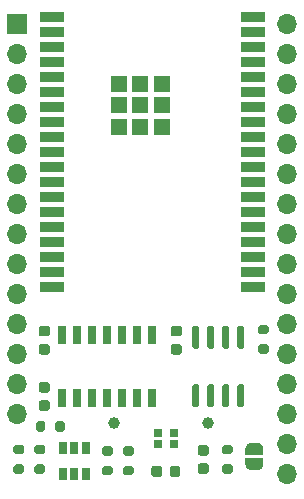
<source format=gbr>
%TF.GenerationSoftware,KiCad,Pcbnew,(5.1.10)-1*%
%TF.CreationDate,2021-07-24T14:48:27+02:00*%
%TF.ProjectId,esp32,65737033-322e-46b6-9963-61645f706362,rev?*%
%TF.SameCoordinates,Original*%
%TF.FileFunction,Soldermask,Top*%
%TF.FilePolarity,Negative*%
%FSLAX46Y46*%
G04 Gerber Fmt 4.6, Leading zero omitted, Abs format (unit mm)*
G04 Created by KiCad (PCBNEW (5.1.10)-1) date 2021-07-24 14:48:27*
%MOMM*%
%LPD*%
G01*
G04 APERTURE LIST*
%ADD10C,1.000000*%
%ADD11R,1.700000X1.700000*%
%ADD12O,1.700000X1.700000*%
%ADD13C,0.100000*%
%ADD14R,2.000000X0.900000*%
%ADD15R,1.330000X1.330000*%
%ADD16R,0.650000X1.500000*%
%ADD17R,0.750000X0.700000*%
%ADD18R,0.650000X1.060000*%
G04 APERTURE END LIST*
D10*
%TO.C,J1*%
X102515000Y-99822000D03*
X94515000Y-99822000D03*
%TD*%
D11*
%TO.C,J4*%
X86360000Y-66040000D03*
D12*
X86360000Y-68580000D03*
X86360000Y-71120000D03*
X86360000Y-73660000D03*
X86360000Y-76200000D03*
X86360000Y-78740000D03*
X86360000Y-81280000D03*
X86360000Y-83820000D03*
X86360000Y-86360000D03*
X86360000Y-88900000D03*
X86360000Y-91440000D03*
X86360000Y-93980000D03*
X86360000Y-96520000D03*
X86360000Y-99060000D03*
X109220000Y-104140000D03*
X109220000Y-101600000D03*
X109220000Y-99060000D03*
X109220000Y-96520000D03*
X109220000Y-93980000D03*
X109220000Y-91440000D03*
X109220000Y-88900000D03*
X109220000Y-86360000D03*
X109220000Y-83820000D03*
X109220000Y-81280000D03*
X109220000Y-78740000D03*
X109220000Y-76200000D03*
X109220000Y-73660000D03*
X109220000Y-71120000D03*
X109220000Y-68580000D03*
X109220000Y-66040000D03*
%TD*%
%TO.C,C2*%
G36*
G01*
X98608000Y-103636000D02*
X98608000Y-104136000D01*
G75*
G02*
X98383000Y-104361000I-225000J0D01*
G01*
X97933000Y-104361000D01*
G75*
G02*
X97708000Y-104136000I0J225000D01*
G01*
X97708000Y-103636000D01*
G75*
G02*
X97933000Y-103411000I225000J0D01*
G01*
X98383000Y-103411000D01*
G75*
G02*
X98608000Y-103636000I0J-225000D01*
G01*
G37*
G36*
G01*
X100158000Y-103636000D02*
X100158000Y-104136000D01*
G75*
G02*
X99933000Y-104361000I-225000J0D01*
G01*
X99483000Y-104361000D01*
G75*
G02*
X99258000Y-104136000I0J225000D01*
G01*
X99258000Y-103636000D01*
G75*
G02*
X99483000Y-103411000I225000J0D01*
G01*
X99933000Y-103411000D01*
G75*
G02*
X100158000Y-103636000I0J-225000D01*
G01*
G37*
%TD*%
%TO.C,C3*%
G36*
G01*
X101858000Y-101645000D02*
X102358000Y-101645000D01*
G75*
G02*
X102583000Y-101870000I0J-225000D01*
G01*
X102583000Y-102320000D01*
G75*
G02*
X102358000Y-102545000I-225000J0D01*
G01*
X101858000Y-102545000D01*
G75*
G02*
X101633000Y-102320000I0J225000D01*
G01*
X101633000Y-101870000D01*
G75*
G02*
X101858000Y-101645000I225000J0D01*
G01*
G37*
G36*
G01*
X101858000Y-103195000D02*
X102358000Y-103195000D01*
G75*
G02*
X102583000Y-103420000I0J-225000D01*
G01*
X102583000Y-103870000D01*
G75*
G02*
X102358000Y-104095000I-225000J0D01*
G01*
X101858000Y-104095000D01*
G75*
G02*
X101633000Y-103870000I0J225000D01*
G01*
X101633000Y-103420000D01*
G75*
G02*
X101858000Y-103195000I225000J0D01*
G01*
G37*
%TD*%
D13*
%TO.C,JP1*%
G36*
X105676000Y-102466000D02*
G01*
X105676000Y-101966000D01*
X105676602Y-101966000D01*
X105676602Y-101941466D01*
X105681412Y-101892635D01*
X105690984Y-101844510D01*
X105705228Y-101797555D01*
X105724005Y-101752222D01*
X105747136Y-101708949D01*
X105774396Y-101668150D01*
X105805524Y-101630221D01*
X105840221Y-101595524D01*
X105878150Y-101564396D01*
X105918949Y-101537136D01*
X105962222Y-101514005D01*
X106007555Y-101495228D01*
X106054510Y-101480984D01*
X106102635Y-101471412D01*
X106151466Y-101466602D01*
X106176000Y-101466602D01*
X106176000Y-101466000D01*
X106676000Y-101466000D01*
X106676000Y-101466602D01*
X106700534Y-101466602D01*
X106749365Y-101471412D01*
X106797490Y-101480984D01*
X106844445Y-101495228D01*
X106889778Y-101514005D01*
X106933051Y-101537136D01*
X106973850Y-101564396D01*
X107011779Y-101595524D01*
X107046476Y-101630221D01*
X107077604Y-101668150D01*
X107104864Y-101708949D01*
X107127995Y-101752222D01*
X107146772Y-101797555D01*
X107161016Y-101844510D01*
X107170588Y-101892635D01*
X107175398Y-101941466D01*
X107175398Y-101966000D01*
X107176000Y-101966000D01*
X107176000Y-102466000D01*
X105676000Y-102466000D01*
G37*
G36*
X107175398Y-103266000D02*
G01*
X107175398Y-103290534D01*
X107170588Y-103339365D01*
X107161016Y-103387490D01*
X107146772Y-103434445D01*
X107127995Y-103479778D01*
X107104864Y-103523051D01*
X107077604Y-103563850D01*
X107046476Y-103601779D01*
X107011779Y-103636476D01*
X106973850Y-103667604D01*
X106933051Y-103694864D01*
X106889778Y-103717995D01*
X106844445Y-103736772D01*
X106797490Y-103751016D01*
X106749365Y-103760588D01*
X106700534Y-103765398D01*
X106676000Y-103765398D01*
X106676000Y-103766000D01*
X106176000Y-103766000D01*
X106176000Y-103765398D01*
X106151466Y-103765398D01*
X106102635Y-103760588D01*
X106054510Y-103751016D01*
X106007555Y-103736772D01*
X105962222Y-103717995D01*
X105918949Y-103694864D01*
X105878150Y-103667604D01*
X105840221Y-103636476D01*
X105805524Y-103601779D01*
X105774396Y-103563850D01*
X105747136Y-103523051D01*
X105724005Y-103479778D01*
X105705228Y-103434445D01*
X105690984Y-103387490D01*
X105681412Y-103339365D01*
X105676602Y-103290534D01*
X105676602Y-103266000D01*
X105676000Y-103266000D01*
X105676000Y-102766000D01*
X107176000Y-102766000D01*
X107176000Y-103266000D01*
X107175398Y-103266000D01*
G37*
%TD*%
%TO.C,R1*%
G36*
G01*
X94255000Y-102572000D02*
X93705000Y-102572000D01*
G75*
G02*
X93505000Y-102372000I0J200000D01*
G01*
X93505000Y-101972000D01*
G75*
G02*
X93705000Y-101772000I200000J0D01*
G01*
X94255000Y-101772000D01*
G75*
G02*
X94455000Y-101972000I0J-200000D01*
G01*
X94455000Y-102372000D01*
G75*
G02*
X94255000Y-102572000I-200000J0D01*
G01*
G37*
G36*
G01*
X94255000Y-104222000D02*
X93705000Y-104222000D01*
G75*
G02*
X93505000Y-104022000I0J200000D01*
G01*
X93505000Y-103622000D01*
G75*
G02*
X93705000Y-103422000I200000J0D01*
G01*
X94255000Y-103422000D01*
G75*
G02*
X94455000Y-103622000I0J-200000D01*
G01*
X94455000Y-104022000D01*
G75*
G02*
X94255000Y-104222000I-200000J0D01*
G01*
G37*
%TD*%
%TO.C,R2*%
G36*
G01*
X88540000Y-104095000D02*
X87990000Y-104095000D01*
G75*
G02*
X87790000Y-103895000I0J200000D01*
G01*
X87790000Y-103495000D01*
G75*
G02*
X87990000Y-103295000I200000J0D01*
G01*
X88540000Y-103295000D01*
G75*
G02*
X88740000Y-103495000I0J-200000D01*
G01*
X88740000Y-103895000D01*
G75*
G02*
X88540000Y-104095000I-200000J0D01*
G01*
G37*
G36*
G01*
X88540000Y-102445000D02*
X87990000Y-102445000D01*
G75*
G02*
X87790000Y-102245000I0J200000D01*
G01*
X87790000Y-101845000D01*
G75*
G02*
X87990000Y-101645000I200000J0D01*
G01*
X88540000Y-101645000D01*
G75*
G02*
X88740000Y-101845000I0J-200000D01*
G01*
X88740000Y-102245000D01*
G75*
G02*
X88540000Y-102445000I-200000J0D01*
G01*
G37*
%TD*%
%TO.C,R3*%
G36*
G01*
X86212000Y-101645000D02*
X86762000Y-101645000D01*
G75*
G02*
X86962000Y-101845000I0J-200000D01*
G01*
X86962000Y-102245000D01*
G75*
G02*
X86762000Y-102445000I-200000J0D01*
G01*
X86212000Y-102445000D01*
G75*
G02*
X86012000Y-102245000I0J200000D01*
G01*
X86012000Y-101845000D01*
G75*
G02*
X86212000Y-101645000I200000J0D01*
G01*
G37*
G36*
G01*
X86212000Y-103295000D02*
X86762000Y-103295000D01*
G75*
G02*
X86962000Y-103495000I0J-200000D01*
G01*
X86962000Y-103895000D01*
G75*
G02*
X86762000Y-104095000I-200000J0D01*
G01*
X86212000Y-104095000D01*
G75*
G02*
X86012000Y-103895000I0J200000D01*
G01*
X86012000Y-103495000D01*
G75*
G02*
X86212000Y-103295000I200000J0D01*
G01*
G37*
%TD*%
%TO.C,R4*%
G36*
G01*
X95483000Y-103422000D02*
X96033000Y-103422000D01*
G75*
G02*
X96233000Y-103622000I0J-200000D01*
G01*
X96233000Y-104022000D01*
G75*
G02*
X96033000Y-104222000I-200000J0D01*
G01*
X95483000Y-104222000D01*
G75*
G02*
X95283000Y-104022000I0J200000D01*
G01*
X95283000Y-103622000D01*
G75*
G02*
X95483000Y-103422000I200000J0D01*
G01*
G37*
G36*
G01*
X95483000Y-101772000D02*
X96033000Y-101772000D01*
G75*
G02*
X96233000Y-101972000I0J-200000D01*
G01*
X96233000Y-102372000D01*
G75*
G02*
X96033000Y-102572000I-200000J0D01*
G01*
X95483000Y-102572000D01*
G75*
G02*
X95283000Y-102372000I0J200000D01*
G01*
X95283000Y-101972000D01*
G75*
G02*
X95483000Y-101772000I200000J0D01*
G01*
G37*
%TD*%
%TO.C,R5*%
G36*
G01*
X107463000Y-93935000D02*
X106913000Y-93935000D01*
G75*
G02*
X106713000Y-93735000I0J200000D01*
G01*
X106713000Y-93335000D01*
G75*
G02*
X106913000Y-93135000I200000J0D01*
G01*
X107463000Y-93135000D01*
G75*
G02*
X107663000Y-93335000I0J-200000D01*
G01*
X107663000Y-93735000D01*
G75*
G02*
X107463000Y-93935000I-200000J0D01*
G01*
G37*
G36*
G01*
X107463000Y-92285000D02*
X106913000Y-92285000D01*
G75*
G02*
X106713000Y-92085000I0J200000D01*
G01*
X106713000Y-91685000D01*
G75*
G02*
X106913000Y-91485000I200000J0D01*
G01*
X107463000Y-91485000D01*
G75*
G02*
X107663000Y-91685000I0J-200000D01*
G01*
X107663000Y-92085000D01*
G75*
G02*
X107463000Y-92285000I-200000J0D01*
G01*
G37*
%TD*%
%TO.C,U2*%
G36*
G01*
X105133000Y-91546000D02*
X105433000Y-91546000D01*
G75*
G02*
X105583000Y-91696000I0J-150000D01*
G01*
X105583000Y-93346000D01*
G75*
G02*
X105433000Y-93496000I-150000J0D01*
G01*
X105133000Y-93496000D01*
G75*
G02*
X104983000Y-93346000I0J150000D01*
G01*
X104983000Y-91696000D01*
G75*
G02*
X105133000Y-91546000I150000J0D01*
G01*
G37*
G36*
G01*
X103863000Y-91546000D02*
X104163000Y-91546000D01*
G75*
G02*
X104313000Y-91696000I0J-150000D01*
G01*
X104313000Y-93346000D01*
G75*
G02*
X104163000Y-93496000I-150000J0D01*
G01*
X103863000Y-93496000D01*
G75*
G02*
X103713000Y-93346000I0J150000D01*
G01*
X103713000Y-91696000D01*
G75*
G02*
X103863000Y-91546000I150000J0D01*
G01*
G37*
G36*
G01*
X102593000Y-91546000D02*
X102893000Y-91546000D01*
G75*
G02*
X103043000Y-91696000I0J-150000D01*
G01*
X103043000Y-93346000D01*
G75*
G02*
X102893000Y-93496000I-150000J0D01*
G01*
X102593000Y-93496000D01*
G75*
G02*
X102443000Y-93346000I0J150000D01*
G01*
X102443000Y-91696000D01*
G75*
G02*
X102593000Y-91546000I150000J0D01*
G01*
G37*
G36*
G01*
X101323000Y-91546000D02*
X101623000Y-91546000D01*
G75*
G02*
X101773000Y-91696000I0J-150000D01*
G01*
X101773000Y-93346000D01*
G75*
G02*
X101623000Y-93496000I-150000J0D01*
G01*
X101323000Y-93496000D01*
G75*
G02*
X101173000Y-93346000I0J150000D01*
G01*
X101173000Y-91696000D01*
G75*
G02*
X101323000Y-91546000I150000J0D01*
G01*
G37*
G36*
G01*
X101323000Y-96496000D02*
X101623000Y-96496000D01*
G75*
G02*
X101773000Y-96646000I0J-150000D01*
G01*
X101773000Y-98296000D01*
G75*
G02*
X101623000Y-98446000I-150000J0D01*
G01*
X101323000Y-98446000D01*
G75*
G02*
X101173000Y-98296000I0J150000D01*
G01*
X101173000Y-96646000D01*
G75*
G02*
X101323000Y-96496000I150000J0D01*
G01*
G37*
G36*
G01*
X102593000Y-96496000D02*
X102893000Y-96496000D01*
G75*
G02*
X103043000Y-96646000I0J-150000D01*
G01*
X103043000Y-98296000D01*
G75*
G02*
X102893000Y-98446000I-150000J0D01*
G01*
X102593000Y-98446000D01*
G75*
G02*
X102443000Y-98296000I0J150000D01*
G01*
X102443000Y-96646000D01*
G75*
G02*
X102593000Y-96496000I150000J0D01*
G01*
G37*
G36*
G01*
X103863000Y-96496000D02*
X104163000Y-96496000D01*
G75*
G02*
X104313000Y-96646000I0J-150000D01*
G01*
X104313000Y-98296000D01*
G75*
G02*
X104163000Y-98446000I-150000J0D01*
G01*
X103863000Y-98446000D01*
G75*
G02*
X103713000Y-98296000I0J150000D01*
G01*
X103713000Y-96646000D01*
G75*
G02*
X103863000Y-96496000I150000J0D01*
G01*
G37*
G36*
G01*
X105133000Y-96496000D02*
X105433000Y-96496000D01*
G75*
G02*
X105583000Y-96646000I0J-150000D01*
G01*
X105583000Y-98296000D01*
G75*
G02*
X105433000Y-98446000I-150000J0D01*
G01*
X105133000Y-98446000D01*
G75*
G02*
X104983000Y-98296000I0J150000D01*
G01*
X104983000Y-96646000D01*
G75*
G02*
X105133000Y-96496000I150000J0D01*
G01*
G37*
%TD*%
D14*
%TO.C,IC1*%
X89290000Y-65400000D03*
X89290000Y-66670000D03*
X89290000Y-67940000D03*
X89290000Y-69210000D03*
X89290000Y-70480000D03*
X89290000Y-71750000D03*
X89290000Y-73020000D03*
X89290000Y-74290000D03*
X89290000Y-75560000D03*
X89290000Y-76830000D03*
X89290000Y-78100000D03*
X89290000Y-79370000D03*
X89290000Y-80640000D03*
X89290000Y-81910000D03*
X89290000Y-83180000D03*
X89290000Y-84450000D03*
X89290000Y-85720000D03*
X89290000Y-86990000D03*
X89290000Y-88260000D03*
X106290000Y-88260000D03*
X106290000Y-86990000D03*
X106290000Y-85720000D03*
X106290000Y-84450000D03*
X106290000Y-83180000D03*
X106290000Y-81910000D03*
X106290000Y-80640000D03*
X106290000Y-79370000D03*
X106290000Y-78100000D03*
X106290000Y-76830000D03*
X106290000Y-75560000D03*
X106290000Y-74290000D03*
X106290000Y-73020000D03*
X106290000Y-71750000D03*
X106290000Y-70480000D03*
X106290000Y-69210000D03*
X106290000Y-67940000D03*
X106290000Y-66670000D03*
X106290000Y-65400000D03*
D15*
X96790000Y-72900000D03*
X94955000Y-71065000D03*
X94955000Y-72900000D03*
X94955000Y-74735000D03*
X96790000Y-74735000D03*
X98625000Y-74735000D03*
X98625000Y-72900000D03*
X98625000Y-71065000D03*
X96790000Y-71065000D03*
%TD*%
%TO.C,C4*%
G36*
G01*
X99572000Y-93101000D02*
X100072000Y-93101000D01*
G75*
G02*
X100297000Y-93326000I0J-225000D01*
G01*
X100297000Y-93776000D01*
G75*
G02*
X100072000Y-94001000I-225000J0D01*
G01*
X99572000Y-94001000D01*
G75*
G02*
X99347000Y-93776000I0J225000D01*
G01*
X99347000Y-93326000D01*
G75*
G02*
X99572000Y-93101000I225000J0D01*
G01*
G37*
G36*
G01*
X99572000Y-91551000D02*
X100072000Y-91551000D01*
G75*
G02*
X100297000Y-91776000I0J-225000D01*
G01*
X100297000Y-92226000D01*
G75*
G02*
X100072000Y-92451000I-225000J0D01*
G01*
X99572000Y-92451000D01*
G75*
G02*
X99347000Y-92226000I0J225000D01*
G01*
X99347000Y-91776000D01*
G75*
G02*
X99572000Y-91551000I225000J0D01*
G01*
G37*
%TD*%
%TO.C,C5*%
G36*
G01*
X88396000Y-91551000D02*
X88896000Y-91551000D01*
G75*
G02*
X89121000Y-91776000I0J-225000D01*
G01*
X89121000Y-92226000D01*
G75*
G02*
X88896000Y-92451000I-225000J0D01*
G01*
X88396000Y-92451000D01*
G75*
G02*
X88171000Y-92226000I0J225000D01*
G01*
X88171000Y-91776000D01*
G75*
G02*
X88396000Y-91551000I225000J0D01*
G01*
G37*
G36*
G01*
X88396000Y-93101000D02*
X88896000Y-93101000D01*
G75*
G02*
X89121000Y-93326000I0J-225000D01*
G01*
X89121000Y-93776000D01*
G75*
G02*
X88896000Y-94001000I-225000J0D01*
G01*
X88396000Y-94001000D01*
G75*
G02*
X88171000Y-93776000I0J225000D01*
G01*
X88171000Y-93326000D01*
G75*
G02*
X88396000Y-93101000I225000J0D01*
G01*
G37*
%TD*%
%TO.C,C6*%
G36*
G01*
X88896000Y-98761000D02*
X88396000Y-98761000D01*
G75*
G02*
X88171000Y-98536000I0J225000D01*
G01*
X88171000Y-98086000D01*
G75*
G02*
X88396000Y-97861000I225000J0D01*
G01*
X88896000Y-97861000D01*
G75*
G02*
X89121000Y-98086000I0J-225000D01*
G01*
X89121000Y-98536000D01*
G75*
G02*
X88896000Y-98761000I-225000J0D01*
G01*
G37*
G36*
G01*
X88896000Y-97211000D02*
X88396000Y-97211000D01*
G75*
G02*
X88171000Y-96986000I0J225000D01*
G01*
X88171000Y-96536000D01*
G75*
G02*
X88396000Y-96311000I225000J0D01*
G01*
X88896000Y-96311000D01*
G75*
G02*
X89121000Y-96536000I0J-225000D01*
G01*
X89121000Y-96986000D01*
G75*
G02*
X88896000Y-97211000I-225000J0D01*
G01*
G37*
%TD*%
%TO.C,R7*%
G36*
G01*
X90379000Y-99801000D02*
X90379000Y-100351000D01*
G75*
G02*
X90179000Y-100551000I-200000J0D01*
G01*
X89779000Y-100551000D01*
G75*
G02*
X89579000Y-100351000I0J200000D01*
G01*
X89579000Y-99801000D01*
G75*
G02*
X89779000Y-99601000I200000J0D01*
G01*
X90179000Y-99601000D01*
G75*
G02*
X90379000Y-99801000I0J-200000D01*
G01*
G37*
G36*
G01*
X88729000Y-99801000D02*
X88729000Y-100351000D01*
G75*
G02*
X88529000Y-100551000I-200000J0D01*
G01*
X88129000Y-100551000D01*
G75*
G02*
X87929000Y-100351000I0J200000D01*
G01*
X87929000Y-99801000D01*
G75*
G02*
X88129000Y-99601000I200000J0D01*
G01*
X88529000Y-99601000D01*
G75*
G02*
X88729000Y-99801000I0J-200000D01*
G01*
G37*
%TD*%
%TO.C,R6*%
G36*
G01*
X104415000Y-104095000D02*
X103865000Y-104095000D01*
G75*
G02*
X103665000Y-103895000I0J200000D01*
G01*
X103665000Y-103495000D01*
G75*
G02*
X103865000Y-103295000I200000J0D01*
G01*
X104415000Y-103295000D01*
G75*
G02*
X104615000Y-103495000I0J-200000D01*
G01*
X104615000Y-103895000D01*
G75*
G02*
X104415000Y-104095000I-200000J0D01*
G01*
G37*
G36*
G01*
X104415000Y-102445000D02*
X103865000Y-102445000D01*
G75*
G02*
X103665000Y-102245000I0J200000D01*
G01*
X103665000Y-101845000D01*
G75*
G02*
X103865000Y-101645000I200000J0D01*
G01*
X104415000Y-101645000D01*
G75*
G02*
X104615000Y-101845000I0J-200000D01*
G01*
X104615000Y-102245000D01*
G75*
G02*
X104415000Y-102445000I-200000J0D01*
G01*
G37*
%TD*%
D16*
%TO.C,U1*%
X90170000Y-97696000D03*
X91440000Y-97696000D03*
X92710000Y-97696000D03*
X93980000Y-97696000D03*
X95250000Y-97696000D03*
X96520000Y-97696000D03*
X97790000Y-97696000D03*
X97790000Y-92296000D03*
X96520000Y-92296000D03*
X95250000Y-92296000D03*
X93980000Y-92296000D03*
X92710000Y-92296000D03*
X91440000Y-92296000D03*
X90170000Y-92296000D03*
%TD*%
D17*
%TO.C,Y1*%
X99608000Y-100592000D03*
X98258000Y-100592000D03*
X98258000Y-101592000D03*
X99608000Y-101592000D03*
%TD*%
D18*
%TO.C,U3*%
X90236000Y-104097000D03*
X91186000Y-104097000D03*
X92136000Y-104097000D03*
X92136000Y-101897000D03*
X90236000Y-101897000D03*
X91186000Y-101897000D03*
%TD*%
M02*

</source>
